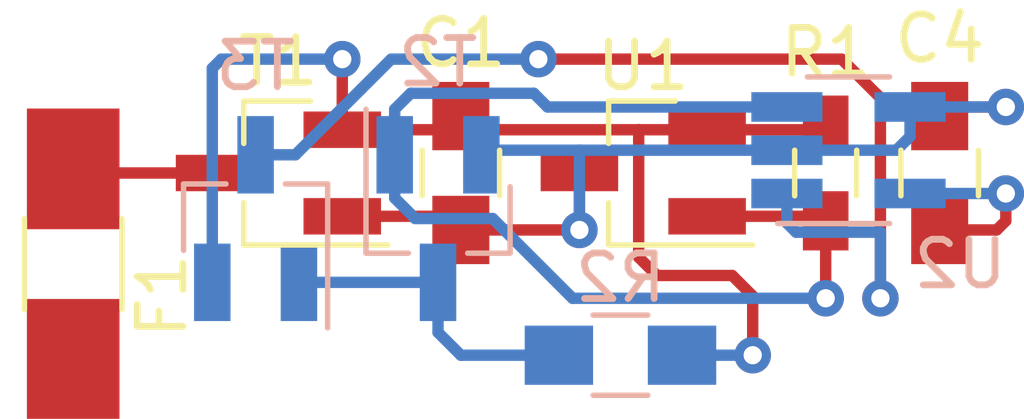
<source format=kicad_pcb>
(kicad_pcb (version 20171130) (host pcbnew "(5.1.6)-1")

  (general
    (thickness 1.6)
    (drawings 0)
    (tracks 73)
    (zones 0)
    (modules 10)
    (nets 9)
  )

  (page A4)
  (layers
    (0 F.Cu signal)
    (31 B.Cu signal hide)
    (32 B.Adhes user hide)
    (33 F.Adhes user hide)
    (34 B.Paste user hide)
    (35 F.Paste user hide)
    (36 B.SilkS user hide)
    (37 F.SilkS user)
    (38 B.Mask user hide)
    (39 F.Mask user hide)
    (40 Dwgs.User user)
    (41 Cmts.User user)
    (42 Eco1.User user)
    (43 Eco2.User user)
    (44 Edge.Cuts user)
    (45 Margin user)
    (46 B.CrtYd user hide)
    (47 F.CrtYd user)
    (48 B.Fab user hide)
    (49 F.Fab user hide)
  )

  (setup
    (last_trace_width 0.25)
    (trace_clearance 0.2)
    (zone_clearance 0.508)
    (zone_45_only no)
    (trace_min 0.2)
    (via_size 0.8)
    (via_drill 0.4)
    (via_min_size 0.4)
    (via_min_drill 0.3)
    (uvia_size 0.3)
    (uvia_drill 0.1)
    (uvias_allowed no)
    (uvia_min_size 0.2)
    (uvia_min_drill 0.1)
    (edge_width 0.05)
    (segment_width 0.2)
    (pcb_text_width 0.3)
    (pcb_text_size 1.5 1.5)
    (mod_edge_width 0.12)
    (mod_text_size 1 1)
    (mod_text_width 0.15)
    (pad_size 1.524 1.524)
    (pad_drill 0.762)
    (pad_to_mask_clearance 0.05)
    (aux_axis_origin 0 0)
    (visible_elements FFFFFF7F)
    (pcbplotparams
      (layerselection 0x010fc_ffffffff)
      (usegerberextensions false)
      (usegerberattributes true)
      (usegerberadvancedattributes true)
      (creategerberjobfile true)
      (excludeedgelayer true)
      (linewidth 0.100000)
      (plotframeref false)
      (viasonmask false)
      (mode 1)
      (useauxorigin false)
      (hpglpennumber 1)
      (hpglpenspeed 20)
      (hpglpendiameter 15.000000)
      (psnegative false)
      (psa4output false)
      (plotreference true)
      (plotvalue true)
      (plotinvisibletext false)
      (padsonsilk false)
      (subtractmaskfromsilk false)
      (outputformat 1)
      (mirror false)
      (drillshape 1)
      (scaleselection 1)
      (outputdirectory ""))
  )

  (net 0 "")
  (net 1 GND_ALIM)
  (net 2 "Net-(C1-Pad1)")
  (net 3 /VCC_3V3)
  (net 4 "Net-(F1-Pad2)")
  (net 5 "Net-(F1-Pad1)")
  (net 6 /~RST)
  (net 7 "Net-(R2-Pad2)")
  (net 8 /VBAT)

  (net_class Default "This is the default net class."
    (clearance 0.2)
    (trace_width 0.25)
    (via_dia 0.8)
    (via_drill 0.4)
    (uvia_dia 0.3)
    (uvia_drill 0.1)
    (add_net /VBAT)
    (add_net /VCC_3V3)
    (add_net /~RST)
    (add_net GND_ALIM)
    (add_net "Net-(C1-Pad1)")
    (add_net "Net-(F1-Pad1)")
    (add_net "Net-(F1-Pad2)")
    (add_net "Net-(R2-Pad2)")
  )

  (module EsseivaN_Lib:SOT-23_Handsoldering (layer F.Cu) (tedit 5F4D0EBD) (tstamp 5F4D20DA)
    (at 104 79 180)
    (descr "SOT-23, Handsoldering")
    (tags SOT-23)
    (path /5F4005DE)
    (attr smd)
    (fp_text reference T1 (at 0 2.45 180) (layer F.SilkS)
      (effects (font (size 1 1) (thickness 0.15)))
    )
    (fp_text value SI2333 (at 0 2.5) (layer F.Fab)
      (effects (font (size 1 1) (thickness 0.15)))
    )
    (fp_line (start 0.76 1.58) (end -0.7 1.58) (layer F.SilkS) (width 0.12))
    (fp_line (start -0.7 1.52) (end 0.7 1.52) (layer F.Fab) (width 0.1))
    (fp_line (start 0.7 -1.52) (end 0.7 1.52) (layer F.Fab) (width 0.1))
    (fp_line (start -0.7 -0.95) (end -0.15 -1.52) (layer F.Fab) (width 0.1))
    (fp_line (start -0.15 -1.52) (end 0.7 -1.52) (layer F.Fab) (width 0.1))
    (fp_line (start -0.7 -0.95) (end -0.7 1.5) (layer F.Fab) (width 0.1))
    (fp_line (start 0.76 -1.58) (end -2.4 -1.58) (layer F.SilkS) (width 0.12))
    (fp_line (start -1.5 1.75) (end -1.5 -1.75) (layer F.CrtYd) (width 0.05))
    (fp_line (start 1.5 1.75) (end -1.5 1.75) (layer F.CrtYd) (width 0.05))
    (fp_line (start 1.5 -1.75) (end 1.5 1.75) (layer F.CrtYd) (width 0.05))
    (fp_line (start -1.5 -1.75) (end 1.5 -1.75) (layer F.CrtYd) (width 0.05))
    (fp_line (start 0.76 -1.58) (end 0.76 -0.65) (layer F.SilkS) (width 0.12))
    (fp_line (start 0.76 1.58) (end 0.76 0.65) (layer F.SilkS) (width 0.12))
    (pad 3 smd rect (at 1.4 0 180) (size 1.7 0.8) (layers F.Cu F.Paste F.Mask)
      (net 4 "Net-(F1-Pad2)"))
    (pad 2 smd rect (at -1.4 0.95 180) (size 1.7 0.8) (layers F.Cu F.Paste F.Mask)
      (net 2 "Net-(C1-Pad1)"))
    (pad 1 smd rect (at -1.4 -0.95 180) (size 1.7 0.8) (layers F.Cu F.Paste F.Mask)
      (net 1 GND_ALIM))
    (model ${KISYS3DMOD}/TO_SOT_Packages_SMD.3dshapes\SOT-23.wrl
      (at (xyz 0 0 0))
      (scale (xyz 1 1 1))
      (rotate (xyz 0 0 0))
    )
  )

  (module EsseivaN_Lib:SOT-23-5_HandSoldering (layer B.Cu) (tedit 58CE4E7E) (tstamp 5F4D43B9)
    (at 116.5 78.5)
    (descr "5-pin SOT23 package")
    (tags "SOT-23-5 hand-soldering")
    (path /5F409A59)
    (attr smd)
    (fp_text reference U2 (at 2.45 2.5 180) (layer B.SilkS)
      (effects (font (size 1 1) (thickness 0.15)) (justify mirror))
    )
    (fp_text value "NCP114 3V3" (at 0 -2.9) (layer B.Fab)
      (effects (font (size 1 1) (thickness 0.15)) (justify mirror))
    )
    (fp_text user %R (at 0 0 -90) (layer B.Fab)
      (effects (font (size 0.5 0.5) (thickness 0.075)) (justify mirror))
    )
    (fp_line (start -0.9 -1.61) (end 0.9 -1.61) (layer B.SilkS) (width 0.12))
    (fp_line (start 0.9 1.61) (end -1.55 1.61) (layer B.SilkS) (width 0.12))
    (fp_line (start -0.9 0.9) (end -0.25 1.55) (layer B.Fab) (width 0.1))
    (fp_line (start 0.9 1.55) (end -0.25 1.55) (layer B.Fab) (width 0.1))
    (fp_line (start -0.9 0.9) (end -0.9 -1.55) (layer B.Fab) (width 0.1))
    (fp_line (start 0.9 -1.55) (end -0.9 -1.55) (layer B.Fab) (width 0.1))
    (fp_line (start 0.9 1.55) (end 0.9 -1.55) (layer B.Fab) (width 0.1))
    (fp_line (start -2.38 1.8) (end 2.38 1.8) (layer B.CrtYd) (width 0.05))
    (fp_line (start -2.38 1.8) (end -2.38 -1.8) (layer B.CrtYd) (width 0.05))
    (fp_line (start 2.38 -1.8) (end 2.38 1.8) (layer B.CrtYd) (width 0.05))
    (fp_line (start 2.38 -1.8) (end -2.38 -1.8) (layer B.CrtYd) (width 0.05))
    (pad 5 smd rect (at 1.35 0.95) (size 1.56 0.65) (layers B.Cu B.Paste B.Mask)
      (net 3 /VCC_3V3))
    (pad 4 smd rect (at 1.35 -0.95) (size 1.56 0.65) (layers B.Cu B.Paste B.Mask)
      (net 1 GND_ALIM))
    (pad 3 smd rect (at -1.35 -0.95) (size 1.56 0.65) (layers B.Cu B.Paste B.Mask)
      (net 6 /~RST))
    (pad 2 smd rect (at -1.35 0) (size 1.56 0.65) (layers B.Cu B.Paste B.Mask)
      (net 1 GND_ALIM))
    (pad 1 smd rect (at -1.35 0.95) (size 1.56 0.65) (layers B.Cu B.Paste B.Mask)
      (net 8 /VBAT))
    (model ${KISYS3DMOD}/TO_SOT_Packages_SMD.3dshapes\SOT-23-5.wrl
      (at (xyz 0 0 0))
      (scale (xyz 1 1 1))
      (rotate (xyz 0 0 0))
    )
  )

  (module EsseivaN_Lib:C_0805_HandSoldering (layer F.Cu) (tedit 58AA84A8) (tstamp 5F4D2085)
    (at 108 79 270)
    (descr "Capacitor SMD 0805, hand soldering")
    (tags "capacitor 0805")
    (path /5F3E0A27)
    (attr smd)
    (fp_text reference C1 (at -2.85 0 180) (layer F.SilkS)
      (effects (font (size 1 1) (thickness 0.15)))
    )
    (fp_text value 10uF (at 0 1.75 90) (layer F.Fab)
      (effects (font (size 1 1) (thickness 0.15)))
    )
    (fp_text user %R (at 0 -1.75 90) (layer F.Fab)
      (effects (font (size 1 1) (thickness 0.15)))
    )
    (fp_line (start 2.25 0.87) (end -2.25 0.87) (layer F.CrtYd) (width 0.05))
    (fp_line (start 2.25 0.87) (end 2.25 -0.88) (layer F.CrtYd) (width 0.05))
    (fp_line (start -2.25 -0.88) (end -2.25 0.87) (layer F.CrtYd) (width 0.05))
    (fp_line (start -2.25 -0.88) (end 2.25 -0.88) (layer F.CrtYd) (width 0.05))
    (fp_line (start -0.5 0.85) (end 0.5 0.85) (layer F.SilkS) (width 0.12))
    (fp_line (start 0.5 -0.85) (end -0.5 -0.85) (layer F.SilkS) (width 0.12))
    (fp_line (start -1 -0.62) (end 1 -0.62) (layer F.Fab) (width 0.1))
    (fp_line (start 1 -0.62) (end 1 0.62) (layer F.Fab) (width 0.1))
    (fp_line (start 1 0.62) (end -1 0.62) (layer F.Fab) (width 0.1))
    (fp_line (start -1 0.62) (end -1 -0.62) (layer F.Fab) (width 0.1))
    (pad 1 smd rect (at -1.25 0 270) (size 1.5 1.25) (layers F.Cu F.Paste F.Mask)
      (net 2 "Net-(C1-Pad1)"))
    (pad 2 smd rect (at 1.25 0 270) (size 1.5 1.25) (layers F.Cu F.Paste F.Mask)
      (net 1 GND_ALIM))
    (model Capacitors_SMD.3dshapes/C_0805.wrl
      (at (xyz 0 0 0))
      (scale (xyz 1 1 1))
      (rotate (xyz 0 0 0))
    )
  )

  (module EsseivaN_Lib:C_0805_HandSoldering (layer F.Cu) (tedit 58AA84A8) (tstamp 5F4D2096)
    (at 118.5 79 90)
    (descr "Capacitor SMD 0805, hand soldering")
    (tags "capacitor 0805")
    (path /5F539944)
    (attr smd)
    (fp_text reference C4 (at 2.95 0 180) (layer F.SilkS)
      (effects (font (size 1 1) (thickness 0.15)))
    )
    (fp_text value 100nF (at 0 1.75 90) (layer F.Fab)
      (effects (font (size 1 1) (thickness 0.15)))
    )
    (fp_text user %R (at 0 -1.75 90) (layer F.Fab)
      (effects (font (size 1 1) (thickness 0.15)))
    )
    (fp_line (start 2.25 0.87) (end -2.25 0.87) (layer F.CrtYd) (width 0.05))
    (fp_line (start 2.25 0.87) (end 2.25 -0.88) (layer F.CrtYd) (width 0.05))
    (fp_line (start -2.25 -0.88) (end -2.25 0.87) (layer F.CrtYd) (width 0.05))
    (fp_line (start -2.25 -0.88) (end 2.25 -0.88) (layer F.CrtYd) (width 0.05))
    (fp_line (start -0.5 0.85) (end 0.5 0.85) (layer F.SilkS) (width 0.12))
    (fp_line (start 0.5 -0.85) (end -0.5 -0.85) (layer F.SilkS) (width 0.12))
    (fp_line (start -1 -0.62) (end 1 -0.62) (layer F.Fab) (width 0.1))
    (fp_line (start 1 -0.62) (end 1 0.62) (layer F.Fab) (width 0.1))
    (fp_line (start 1 0.62) (end -1 0.62) (layer F.Fab) (width 0.1))
    (fp_line (start -1 0.62) (end -1 -0.62) (layer F.Fab) (width 0.1))
    (pad 1 smd rect (at -1.25 0 90) (size 1.5 1.25) (layers F.Cu F.Paste F.Mask)
      (net 3 /VCC_3V3))
    (pad 2 smd rect (at 1.25 0 90) (size 1.5 1.25) (layers F.Cu F.Paste F.Mask)
      (net 1 GND_ALIM))
    (model Capacitors_SMD.3dshapes/C_0805.wrl
      (at (xyz 0 0 0))
      (scale (xyz 1 1 1))
      (rotate (xyz 0 0 0))
    )
  )

  (module EsseivaN_Lib:Fuse_SMD1206_HandSoldering (layer F.Cu) (tedit 5CC57DC8) (tstamp 5F4D20A6)
    (at 99.5 81 90)
    (descr "Fuse, Sicherung, SMD1206, Littlefuse-Wickmann 433 Series, Hand Soldering,")
    (tags "Fuse Sicherung SMD1206 Littlefuse-Wickmann 433 Series Hand Soldering ")
    (path /5F3F134F)
    (attr smd)
    (fp_text reference F1 (at -0.7 1.95 90) (layer F.SilkS)
      (effects (font (size 1 1) (thickness 0.15)))
    )
    (fp_text value 630mA (at -0.15 2.5 90) (layer F.Fab)
      (effects (font (size 1 1) (thickness 0.15)))
    )
    (fp_line (start 3.35 1.58) (end -3.35 1.58) (layer F.CrtYd) (width 0.05))
    (fp_line (start 3.35 1.58) (end 3.35 -1.58) (layer F.CrtYd) (width 0.05))
    (fp_line (start -3.35 -1.58) (end -3.35 1.58) (layer F.CrtYd) (width 0.05))
    (fp_line (start -3.35 -1.58) (end 3.35 -1.58) (layer F.CrtYd) (width 0.05))
    (fp_line (start -1 -1.07) (end 1 -1.07) (layer F.SilkS) (width 0.12))
    (fp_line (start 1 1.07) (end -1 1.07) (layer F.SilkS) (width 0.12))
    (fp_line (start -1.6 -0.8) (end 1.6 -0.8) (layer F.Fab) (width 0.1))
    (fp_line (start 1.6 -0.8) (end 1.6 0.8) (layer F.Fab) (width 0.1))
    (fp_line (start 1.6 0.8) (end -1.6 0.8) (layer F.Fab) (width 0.1))
    (fp_line (start -1.6 0.8) (end -1.6 -0.8) (layer F.Fab) (width 0.1))
    (pad 1 smd rect (at -2.09 0 180) (size 2.03 2.65) (layers F.Cu F.Paste F.Mask)
      (net 5 "Net-(F1-Pad1)"))
    (pad 2 smd rect (at 2.09 0 180) (size 2.03 2.65) (layers F.Cu F.Paste F.Mask)
      (net 4 "Net-(F1-Pad2)"))
    (model ${KISYS3DMOD}/Resistor_SMD.3dshapes/R_1206_3216Metric.step
      (at (xyz 0 0 0))
      (scale (xyz 1 1 1))
      (rotate (xyz 0 0 0))
    )
  )

  (module EsseivaN_Lib:R_0603_HandSoldering (layer F.Cu) (tedit 5D0E9FFD) (tstamp 5F4D37D3)
    (at 116 79 270)
    (descr "Resistor SMD 0603, hand soldering")
    (tags "resistor 0603")
    (path /5F3F8490)
    (attr smd)
    (fp_text reference R1 (at -2.65 0) (layer F.SilkS)
      (effects (font (size 1 1) (thickness 0.15)))
    )
    (fp_text value 4k7 (at 0 1.55 270) (layer F.Fab)
      (effects (font (size 1 1) (thickness 0.15)))
    )
    (fp_line (start 1.95 0.7) (end -1.96 0.7) (layer F.CrtYd) (width 0.05))
    (fp_line (start 1.95 0.7) (end 1.95 -0.7) (layer F.CrtYd) (width 0.05))
    (fp_line (start -1.96 -0.7) (end -1.96 0.7) (layer F.CrtYd) (width 0.05))
    (fp_line (start -1.96 -0.7) (end 1.95 -0.7) (layer F.CrtYd) (width 0.05))
    (fp_line (start -0.5 -0.68) (end 0.5 -0.68) (layer F.SilkS) (width 0.12))
    (fp_line (start 0.5 0.68) (end -0.5 0.68) (layer F.SilkS) (width 0.12))
    (fp_line (start -0.8 -0.4) (end 0.8 -0.4) (layer F.Fab) (width 0.1))
    (fp_line (start 0.8 -0.4) (end 0.8 0.4) (layer F.Fab) (width 0.1))
    (fp_line (start 0.8 0.4) (end -0.8 0.4) (layer F.Fab) (width 0.1))
    (fp_line (start -0.8 0.4) (end -0.8 -0.4) (layer F.Fab) (width 0.1))
    (pad 1 smd rect (at -1.05 0 270) (size 1.3 1) (layers F.Cu F.Paste F.Mask)
      (net 2 "Net-(C1-Pad1)"))
    (pad 2 smd rect (at 1.05 0 270) (size 1.3 1) (layers F.Cu F.Paste F.Mask)
      (net 6 /~RST))
    (model ${KISYS3DMOD}/Resistors_SMD.3dshapes/R_0603.wrl
      (at (xyz 0 0 0))
      (scale (xyz 1 1 1))
      (rotate (xyz 0 0 0))
    )
  )

  (module EsseivaN_Lib:R_0805_HandSoldering (layer B.Cu) (tedit 5D0EA042) (tstamp 5F4D4428)
    (at 111.5 83 180)
    (descr "Resistor SMD 0805, hand soldering")
    (tags "resistor 0805")
    (path /5F5241CC)
    (attr smd)
    (fp_text reference R2 (at 0 1.7) (layer B.SilkS)
      (effects (font (size 1 1) (thickness 0.15)) (justify mirror))
    )
    (fp_text value 100k (at 0 -1.75) (layer B.Fab)
      (effects (font (size 1 1) (thickness 0.15)) (justify mirror))
    )
    (fp_line (start -1 -0.62) (end -1 0.62) (layer B.Fab) (width 0.1))
    (fp_line (start 1 -0.62) (end -1 -0.62) (layer B.Fab) (width 0.1))
    (fp_line (start 1 0.62) (end 1 -0.62) (layer B.Fab) (width 0.1))
    (fp_line (start -1 0.62) (end 1 0.62) (layer B.Fab) (width 0.1))
    (fp_line (start 0.6 -0.88) (end -0.6 -0.88) (layer B.SilkS) (width 0.12))
    (fp_line (start -0.6 0.88) (end 0.6 0.88) (layer B.SilkS) (width 0.12))
    (fp_line (start -2.35 0.9) (end 2.35 0.9) (layer B.CrtYd) (width 0.05))
    (fp_line (start -2.35 0.9) (end -2.35 -0.9) (layer B.CrtYd) (width 0.05))
    (fp_line (start 2.35 -0.9) (end 2.35 0.9) (layer B.CrtYd) (width 0.05))
    (fp_line (start 2.35 -0.9) (end -2.35 -0.9) (layer B.CrtYd) (width 0.05))
    (pad 2 smd rect (at 1.35 0 180) (size 1.5 1.3) (layers B.Cu B.Paste B.Mask)
      (net 7 "Net-(R2-Pad2)"))
    (pad 1 smd rect (at -1.35 0 180) (size 1.5 1.3) (layers B.Cu B.Paste B.Mask)
      (net 2 "Net-(C1-Pad1)"))
    (model ${KISYS3DMOD}/Resistors_SMD.3dshapes/R_0805.wrl
      (at (xyz 0 0 0))
      (scale (xyz 1 1 1))
      (rotate (xyz 0 0 0))
    )
  )

  (module EsseivaN_Lib:SOT-23_Handsoldering (layer B.Cu) (tedit 5F4D0EBD) (tstamp 5F4D3804)
    (at 107.5 80 270)
    (descr "SOT-23, Handsoldering")
    (tags SOT-23)
    (path /5F40185E)
    (attr smd)
    (fp_text reference T2 (at -3.429 0) (layer B.SilkS)
      (effects (font (size 1 1) (thickness 0.15)) (justify mirror))
    )
    (fp_text value FDN337 (at 0 -2.5 270) (layer B.Fab)
      (effects (font (size 1 1) (thickness 0.15)) (justify mirror))
    )
    (fp_line (start 0.76 -1.58) (end -0.7 -1.58) (layer B.SilkS) (width 0.12))
    (fp_line (start -0.7 -1.52) (end 0.7 -1.52) (layer B.Fab) (width 0.1))
    (fp_line (start 0.7 1.52) (end 0.7 -1.52) (layer B.Fab) (width 0.1))
    (fp_line (start -0.7 0.95) (end -0.15 1.52) (layer B.Fab) (width 0.1))
    (fp_line (start -0.15 1.52) (end 0.7 1.52) (layer B.Fab) (width 0.1))
    (fp_line (start -0.7 0.95) (end -0.7 -1.5) (layer B.Fab) (width 0.1))
    (fp_line (start 0.76 1.58) (end -2.4 1.58) (layer B.SilkS) (width 0.12))
    (fp_line (start -1.5 -1.75) (end -1.5 1.75) (layer B.CrtYd) (width 0.05))
    (fp_line (start 1.5 -1.75) (end -1.5 -1.75) (layer B.CrtYd) (width 0.05))
    (fp_line (start 1.5 1.75) (end 1.5 -1.75) (layer B.CrtYd) (width 0.05))
    (fp_line (start -1.5 1.75) (end 1.5 1.75) (layer B.CrtYd) (width 0.05))
    (fp_line (start 0.76 1.58) (end 0.76 0.65) (layer B.SilkS) (width 0.12))
    (fp_line (start 0.76 -1.58) (end 0.76 -0.65) (layer B.SilkS) (width 0.12))
    (pad 3 smd rect (at 1.4 0 270) (size 1.7 0.8) (layers B.Cu B.Paste B.Mask)
      (net 7 "Net-(R2-Pad2)"))
    (pad 2 smd rect (at -1.4 -0.95 270) (size 1.7 0.8) (layers B.Cu B.Paste B.Mask)
      (net 1 GND_ALIM))
    (pad 1 smd rect (at -1.4 0.95 270) (size 1.7 0.8) (layers B.Cu B.Paste B.Mask)
      (net 6 /~RST))
    (model ${KISYS3DMOD}/TO_SOT_Packages_SMD.3dshapes\SOT-23.wrl
      (at (xyz 0 0 0))
      (scale (xyz 1 1 1))
      (rotate (xyz 0 0 0))
    )
  )

  (module EsseivaN_Lib:SOT-23_Handsoldering (layer B.Cu) (tedit 5F4D0EBD) (tstamp 5F4D388E)
    (at 103.5 80 90)
    (descr "SOT-23, Handsoldering")
    (tags SOT-23)
    (path /5F3FF331)
    (attr smd)
    (fp_text reference T3 (at 3.35 0) (layer B.SilkS)
      (effects (font (size 1 1) (thickness 0.15)) (justify mirror))
    )
    (fp_text value SI2333 (at 0 -2.5 -90) (layer B.Fab)
      (effects (font (size 1 1) (thickness 0.15)) (justify mirror))
    )
    (fp_line (start 0.76 -1.58) (end -0.7 -1.58) (layer B.SilkS) (width 0.12))
    (fp_line (start -0.7 -1.52) (end 0.7 -1.52) (layer B.Fab) (width 0.1))
    (fp_line (start 0.7 1.52) (end 0.7 -1.52) (layer B.Fab) (width 0.1))
    (fp_line (start -0.7 0.95) (end -0.15 1.52) (layer B.Fab) (width 0.1))
    (fp_line (start -0.15 1.52) (end 0.7 1.52) (layer B.Fab) (width 0.1))
    (fp_line (start -0.7 0.95) (end -0.7 -1.5) (layer B.Fab) (width 0.1))
    (fp_line (start 0.76 1.58) (end -2.4 1.58) (layer B.SilkS) (width 0.12))
    (fp_line (start -1.5 -1.75) (end -1.5 1.75) (layer B.CrtYd) (width 0.05))
    (fp_line (start 1.5 -1.75) (end -1.5 -1.75) (layer B.CrtYd) (width 0.05))
    (fp_line (start 1.5 1.75) (end 1.5 -1.75) (layer B.CrtYd) (width 0.05))
    (fp_line (start -1.5 1.75) (end 1.5 1.75) (layer B.CrtYd) (width 0.05))
    (fp_line (start 0.76 1.58) (end 0.76 0.65) (layer B.SilkS) (width 0.12))
    (fp_line (start 0.76 -1.58) (end 0.76 -0.65) (layer B.SilkS) (width 0.12))
    (pad 3 smd rect (at 1.4 0 90) (size 1.7 0.8) (layers B.Cu B.Paste B.Mask)
      (net 8 /VBAT))
    (pad 2 smd rect (at -1.4 -0.95 90) (size 1.7 0.8) (layers B.Cu B.Paste B.Mask)
      (net 2 "Net-(C1-Pad1)"))
    (pad 1 smd rect (at -1.4 0.95 90) (size 1.7 0.8) (layers B.Cu B.Paste B.Mask)
      (net 7 "Net-(R2-Pad2)"))
    (model ${KISYS3DMOD}/TO_SOT_Packages_SMD.3dshapes\SOT-23.wrl
      (at (xyz 0 0 0))
      (scale (xyz 1 1 1))
      (rotate (xyz 0 0 0))
    )
  )

  (module EsseivaN_Lib:SOT-23_Handsoldering (layer F.Cu) (tedit 5F4D0EBD) (tstamp 5F4D332E)
    (at 112 79 180)
    (descr "SOT-23, Handsoldering")
    (tags SOT-23)
    (path /5F3F7101)
    (attr smd)
    (fp_text reference U1 (at 0 2.35 180) (layer F.SilkS)
      (effects (font (size 1 1) (thickness 0.15)))
    )
    (fp_text value MCP121 (at 0 2.5) (layer F.Fab)
      (effects (font (size 1 1) (thickness 0.15)))
    )
    (fp_line (start 0.76 1.58) (end -0.7 1.58) (layer F.SilkS) (width 0.12))
    (fp_line (start -0.7 1.52) (end 0.7 1.52) (layer F.Fab) (width 0.1))
    (fp_line (start 0.7 -1.52) (end 0.7 1.52) (layer F.Fab) (width 0.1))
    (fp_line (start -0.7 -0.95) (end -0.15 -1.52) (layer F.Fab) (width 0.1))
    (fp_line (start -0.15 -1.52) (end 0.7 -1.52) (layer F.Fab) (width 0.1))
    (fp_line (start -0.7 -0.95) (end -0.7 1.5) (layer F.Fab) (width 0.1))
    (fp_line (start 0.76 -1.58) (end -2.4 -1.58) (layer F.SilkS) (width 0.12))
    (fp_line (start -1.5 1.75) (end -1.5 -1.75) (layer F.CrtYd) (width 0.05))
    (fp_line (start 1.5 1.75) (end -1.5 1.75) (layer F.CrtYd) (width 0.05))
    (fp_line (start 1.5 -1.75) (end 1.5 1.75) (layer F.CrtYd) (width 0.05))
    (fp_line (start -1.5 -1.75) (end 1.5 -1.75) (layer F.CrtYd) (width 0.05))
    (fp_line (start 0.76 -1.58) (end 0.76 -0.65) (layer F.SilkS) (width 0.12))
    (fp_line (start 0.76 1.58) (end 0.76 0.65) (layer F.SilkS) (width 0.12))
    (pad 3 smd rect (at 1.4 0 180) (size 1.7 0.8) (layers F.Cu F.Paste F.Mask)
      (net 1 GND_ALIM))
    (pad 2 smd rect (at -1.4 0.95 180) (size 1.7 0.8) (layers F.Cu F.Paste F.Mask)
      (net 2 "Net-(C1-Pad1)"))
    (pad 1 smd rect (at -1.4 -0.95 180) (size 1.7 0.8) (layers F.Cu F.Paste F.Mask)
      (net 6 /~RST))
    (model ${KISYS3DMOD}/TO_SOT_Packages_SMD.3dshapes\SOT-23.wrl
      (at (xyz 0 0 0))
      (scale (xyz 1 1 1))
      (rotate (xyz 0 0 0))
    )
  )

  (segment (start 107.7 79.95) (end 108 80.25) (width 0.25) (layer F.Cu) (net 1))
  (segment (start 105.4 79.95) (end 107.7 79.95) (width 0.25) (layer F.Cu) (net 1))
  (via (at 110.6 80.25) (size 0.8) (drill 0.4) (layers F.Cu B.Cu) (net 1))
  (segment (start 110.6 80.25) (end 110.6 79) (width 0.25) (layer F.Cu) (net 1))
  (segment (start 110.6 80.25) (end 108 80.25) (width 0.25) (layer F.Cu) (net 1))
  (segment (start 115.15 78.5) (end 117.55 78.5) (width 0.25) (layer B.Cu) (net 1))
  (segment (start 117.85 78.2) (end 117.85 77.55) (width 0.25) (layer B.Cu) (net 1))
  (segment (start 117.55 78.5) (end 117.85 78.2) (width 0.25) (layer B.Cu) (net 1))
  (segment (start 108.55 78.5) (end 108.45 78.6) (width 0.25) (layer B.Cu) (net 1))
  (segment (start 115.15 78.5) (end 110.6 78.5) (width 0.25) (layer B.Cu) (net 1))
  (segment (start 110.6 80.25) (end 110.6 78.5) (width 0.25) (layer B.Cu) (net 1))
  (segment (start 110.6 78.5) (end 108.55 78.5) (width 0.25) (layer B.Cu) (net 1))
  (via (at 119.95 77.55) (size 0.8) (drill 0.4) (layers F.Cu B.Cu) (net 1))
  (segment (start 117.85 77.55) (end 119.95 77.55) (width 0.25) (layer B.Cu) (net 1))
  (segment (start 118.7 77.55) (end 118.5 77.75) (width 0.25) (layer F.Cu) (net 1))
  (segment (start 119.95 77.55) (end 118.7 77.55) (width 0.25) (layer F.Cu) (net 1))
  (segment (start 107.7 78.05) (end 108 77.75) (width 0.25) (layer F.Cu) (net 2))
  (segment (start 105.4 78.05) (end 107.7 78.05) (width 0.25) (layer F.Cu) (net 2))
  (segment (start 108.3 78.05) (end 108 77.75) (width 0.25) (layer F.Cu) (net 2))
  (segment (start 115.9 78.05) (end 116 77.95) (width 0.25) (layer F.Cu) (net 2))
  (segment (start 113.4 78.05) (end 115.9 78.05) (width 0.25) (layer F.Cu) (net 2))
  (segment (start 102.55 81.4) (end 102.55 76.7) (width 0.25) (layer B.Cu) (net 2))
  (segment (start 102.55 76.7) (end 102.75 76.5) (width 0.25) (layer B.Cu) (net 2))
  (via (at 105.4 76.5) (size 0.8) (drill 0.4) (layers F.Cu B.Cu) (net 2))
  (segment (start 102.75 76.5) (end 105.4 76.5) (width 0.25) (layer B.Cu) (net 2))
  (segment (start 105.4 76.5) (end 105.4 78.05) (width 0.25) (layer F.Cu) (net 2))
  (via (at 114.4 83) (size 0.8) (drill 0.4) (layers F.Cu B.Cu) (net 2))
  (segment (start 112.85 83) (end 114.4 83) (width 0.25) (layer B.Cu) (net 2))
  (segment (start 114.4 83) (end 114.4 81.7) (width 0.25) (layer F.Cu) (net 2))
  (segment (start 114.4 81.7) (end 113.95 81.25) (width 0.25) (layer F.Cu) (net 2))
  (segment (start 113.95 81.25) (end 112.3 81.25) (width 0.25) (layer F.Cu) (net 2))
  (segment (start 111.9 80.85) (end 111.9 78.05) (width 0.25) (layer F.Cu) (net 2))
  (segment (start 112.3 81.25) (end 111.9 80.85) (width 0.25) (layer F.Cu) (net 2))
  (segment (start 113.4 78.05) (end 111.9 78.05) (width 0.25) (layer F.Cu) (net 2))
  (segment (start 111.9 78.05) (end 108.3 78.05) (width 0.25) (layer F.Cu) (net 2))
  (via (at 119.95 79.45) (size 0.8) (drill 0.4) (layers F.Cu B.Cu) (net 3))
  (segment (start 117.85 79.45) (end 119.95 79.45) (width 0.25) (layer B.Cu) (net 3))
  (segment (start 119.95 79.45) (end 119.95 80.05) (width 0.25) (layer F.Cu) (net 3))
  (segment (start 119.75 80.25) (end 118.5 80.25) (width 0.25) (layer F.Cu) (net 3))
  (segment (start 119.95 80.05) (end 119.75 80.25) (width 0.25) (layer F.Cu) (net 3))
  (segment (start 99.59 79) (end 99.5 78.91) (width 0.25) (layer F.Cu) (net 4))
  (segment (start 102.6 79) (end 99.59 79) (width 0.25) (layer F.Cu) (net 4))
  (segment (start 115.9 79.95) (end 116 80.05) (width 0.25) (layer F.Cu) (net 6))
  (segment (start 113.4 79.95) (end 115.9 79.95) (width 0.25) (layer F.Cu) (net 6))
  (via (at 116 81.75) (size 0.8) (drill 0.4) (layers F.Cu B.Cu) (net 6))
  (segment (start 116 80.05) (end 116 81.75) (width 0.25) (layer F.Cu) (net 6))
  (segment (start 110.45 81.75) (end 116 81.75) (width 0.25) (layer B.Cu) (net 6))
  (segment (start 108.7 80) (end 110.45 81.75) (width 0.25) (layer B.Cu) (net 6))
  (segment (start 107 80) (end 108.7 80) (width 0.25) (layer B.Cu) (net 6))
  (segment (start 106.55 79.55) (end 107 80) (width 0.25) (layer B.Cu) (net 6))
  (segment (start 106.55 78.6) (end 106.55 79.55) (width 0.25) (layer B.Cu) (net 6))
  (segment (start 106.55 78.6) (end 106.55 77.6) (width 0.25) (layer B.Cu) (net 6))
  (segment (start 106.55 77.6) (end 106.9 77.25) (width 0.25) (layer B.Cu) (net 6))
  (segment (start 109.9 77.55) (end 109.6 77.25) (width 0.25) (layer B.Cu) (net 6))
  (segment (start 115.15 77.55) (end 109.9 77.55) (width 0.25) (layer B.Cu) (net 6))
  (segment (start 106.9 77.25) (end 109.6 77.25) (width 0.25) (layer B.Cu) (net 6))
  (segment (start 107.5 81.4) (end 104.45 81.4) (width 0.25) (layer B.Cu) (net 7))
  (segment (start 110.15 83) (end 108 83) (width 0.25) (layer B.Cu) (net 7))
  (segment (start 107.5 82.5) (end 107.5 81.4) (width 0.25) (layer B.Cu) (net 7))
  (segment (start 108 83) (end 107.5 82.5) (width 0.25) (layer B.Cu) (net 7))
  (segment (start 104.373002 78.6) (end 105.823002 77.15) (width 0.25) (layer B.Cu) (net 8))
  (segment (start 103.5 78.6) (end 104.373002 78.6) (width 0.25) (layer B.Cu) (net 8))
  (segment (start 115.15 80.1) (end 115.15 79.45) (width 0.25) (layer B.Cu) (net 8))
  (segment (start 115.35 80.3) (end 115.15 80.1) (width 0.25) (layer B.Cu) (net 8))
  (via (at 109.7 76.5) (size 0.8) (drill 0.4) (layers F.Cu B.Cu) (net 8))
  (segment (start 105.823002 77.15) (end 106.473002 76.5) (width 0.25) (layer B.Cu) (net 8))
  (segment (start 106.473002 76.5) (end 109.7 76.5) (width 0.25) (layer B.Cu) (net 8))
  (segment (start 109.7 76.5) (end 116.35 76.5) (width 0.25) (layer F.Cu) (net 8))
  (segment (start 116.35 76.5) (end 117.2 77.35) (width 0.25) (layer F.Cu) (net 8))
  (via (at 117.2 81.75) (size 0.8) (drill 0.4) (layers F.Cu B.Cu) (net 8))
  (segment (start 117.2 77.35) (end 117.2 81.75) (width 0.25) (layer F.Cu) (net 8))
  (segment (start 117.2 81.75) (end 117.2 80.3) (width 0.25) (layer B.Cu) (net 8))
  (segment (start 117.2 80.3) (end 115.35 80.3) (width 0.25) (layer B.Cu) (net 8))

)

</source>
